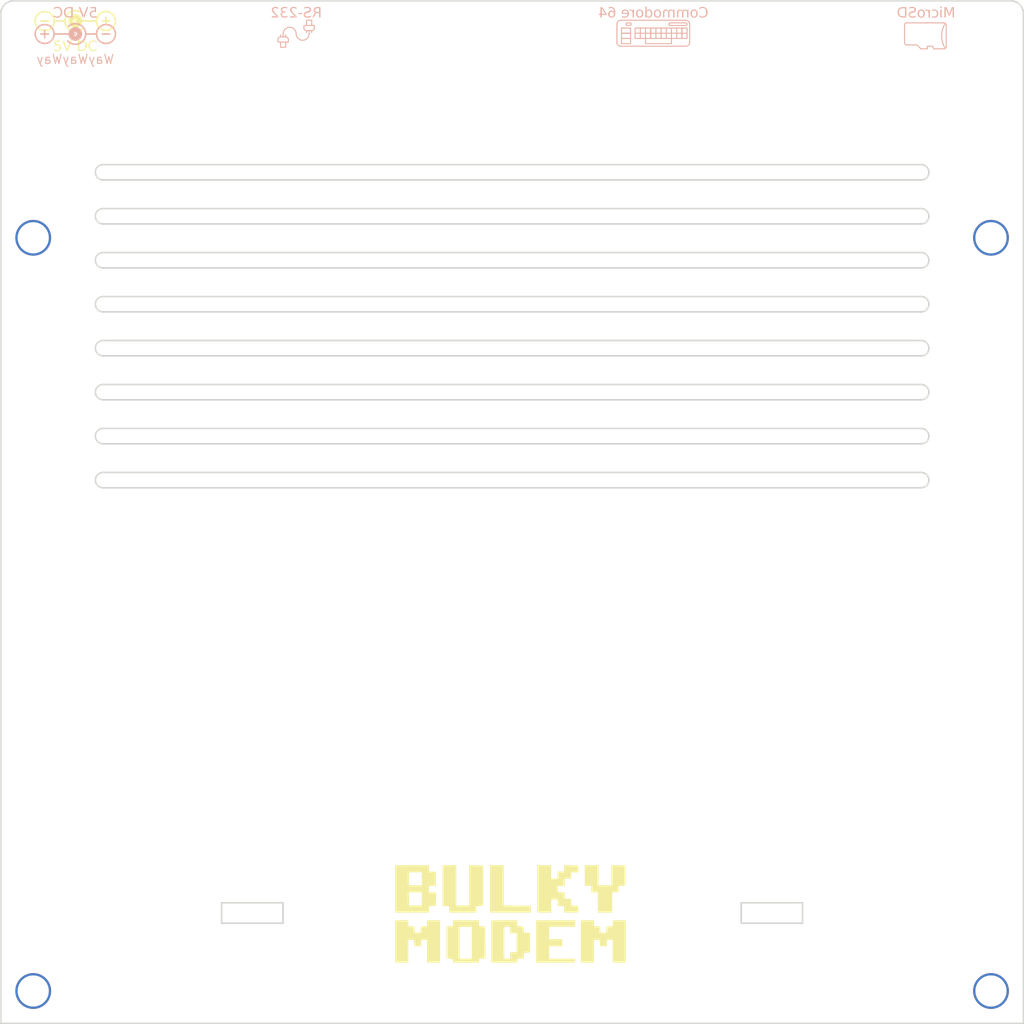
<source format=kicad_pcb>
(kicad_pcb (version 20240108) (generator "pcbnew") (generator_version "8.0")
  (layers (0 "F.Cu" signal) (31 "B.Cu" signal) (34 "B.Paste" user) (35 "F.Paste" user) (36 "B.SilkS" user "B.Silkscreen") (37 "F.SilkS" user "F.Silkscreen") (38 "B.Mask" user) (39 "F.Mask" user) (44 "Edge.Cuts" user))
  (net 0 "")
  (footprint "mounting:M3_pin" (layer "F.Cu") (at 73.355 151.435)
    (property "Reference" "M1" (hide yes))
    (property "Value" "Mounting" (hide yes))
    (pad "1" thru_hole circle (at 0 0) (size 3.5 3.5) (drill 3.048) (layers "*.Cu" "*.Mask"))
  )
  (footprint "mounting:M3_pin" (layer "F.Cu") (at 167.005 151.435)
    (property "Reference" "M2" (hide yes))
    (property "Value" "Mounting" (hide yes))
    (pad "1" thru_hole circle (at 0 0) (size 3.5 3.5) (drill 3.048) (layers "*.Cu" "*.Mask"))
  )
  (footprint "mounting:M3_pin" (layer "F.Cu") (at 167.005 77.785)
    (property "Reference" "M3" (hide yes))
    (property "Value" "Mounting" (hide yes))
    (pad "1" thru_hole circle (at 0 0) (size 3.5 3.5) (drill 3.048) (layers "*.Cu" "*.Mask"))
  )
  (footprint "mounting:M3_pin" (layer "F.Cu") (at 73.355 77.785)
    (property "Reference" "M4" (hide yes))
    (property "Value" "Mounting" (hide yes))
    (pad "1" thru_hole circle (at 0 0) (size 3.5 3.5) (drill 3.048) (layers "*.Cu" "*.Mask"))
  )
  (footprint "artwork:BulkyModem" (layer "F.Cu") (at 120.18 143.891)
    (property "Reference" "G***" (hide yes))
    (property "Value" "LOGO" (hide yes))
    (fp_poly (pts (xy -0.8255 -0.828077) (xy 0.492125 -0.810914) (xy 1.80975 -0.79375) (xy 1.848136 -0.127) (xy -2.159 -0.127) (xy -2.159 -4.7625) (xy -0.8255 -4.7625) (xy -0.8255 -0.828077)) (stroke (width 0.01)) (fill solid) (layer "F.SilkS"))
    (fp_poly (pts (xy 6.1595 1.27) (xy 3.6195 1.27) (xy 3.6195 2.4765) (xy 4.8895 2.4765) (xy 4.8895 3.175) (xy 3.6195 3.175) (xy 3.6195 4.3815) (xy 6.1595 4.3815) (xy 6.1595 4.7625) (xy 2.3495 4.7625) (xy 2.3495 0.635) (xy 6.1595 0.635) (xy 6.1595 1.27)) (stroke (width 0.01)) (fill solid) (layer "F.SilkS"))
    (fp_poly (pts (xy -3.508375 -4.748774) (xy -2.82575 -4.73075) (xy -2.82575 -0.79375) (xy -3.4925 -0.755364) (xy -3.4925 -0.127) (xy -6.1595 -0.127) (xy -6.1595 -0.762) (xy -6.7945 -0.762) (xy -6.7945 -4.7625) (xy -5.461 -4.7625) (xy -5.461 -0.8255) (xy -4.191 -0.8255) (xy -4.191 -4.766796) (xy -3.508375 -4.748774)) (stroke (width 0.01)) (fill solid) (layer "F.SilkS"))
    (fp_poly (pts (xy 10.398125 -4.748774) (xy 11.08075 -4.73075) (xy 11.08075 -2.76225) (xy 10.414 -2.723864) (xy 10.414 -2.0955) (xy 9.779 -2.0955) (xy 9.779 -0.127) (xy 8.382 -0.127) (xy 8.382 -2.0955) (xy 7.747 -2.0955) (xy 7.747 -2.7305) (xy 7.112 -2.7305) (xy 7.112 -4.7625) (xy 8.4455 -4.7625) (xy 8.4455 -2.794) (xy 9.7155 -2.794) (xy 9.7155 -4.766796) (xy 10.398125 -4.748774)) (stroke (width 0.01)) (fill solid) (layer "F.SilkS"))
    (fp_poly (pts (xy 8.001 1.199541) (xy 8.302625 1.218895) (xy 8.60425 1.23825) (xy 8.642958 1.8415) (xy 8.92175 1.8415) (xy 9.200541 1.841499) (xy 9.219895 1.539875) (xy 9.23925 1.23825) (xy 9.540875 1.218895) (xy 9.8425 1.199541) (xy 9.8425 0.635) (xy 11.1125 0.635) (xy 11.1125 4.7625) (xy 9.8425 4.7625) (xy 9.8425 2.54) (xy 9.271 2.54) (xy 9.271 3.181636) (xy 8.60425 3.14325) (xy 8.584895 2.841625) (xy 8.565541 2.54) (xy 8.001 2.54) (xy 8.001 4.7625) (xy 6.731 4.7625) (xy 6.731 0.635) (xy 8.001 0.635) (xy 8.001 1.199541)) (stroke (width 0.01)) (fill solid) (layer "F.SilkS"))
    (fp_poly (pts (xy -10.16 0.91727) (xy -10.160001 1.199541) (xy -9.858375 1.218895) (xy -9.55675 1.23825) (xy -9.518042 1.8415) (xy -9.23925 1.8415) (xy -8.960459 1.841499) (xy -8.941105 1.539875) (xy -8.92175 1.23825) (xy -8.620125 1.218895) (xy -8.3185 1.199541) (xy -8.3185 0.635) (xy -7.0485 0.635) (xy -7.0485 4.7625) (xy -8.3185 4.7625) (xy -8.3185 2.54) (xy -8.89 2.54) (xy -8.89 3.181636) (xy -9.55675 3.14325) (xy -9.576105 2.841625) (xy -9.595459 2.54) (xy -10.16 2.54) (xy -10.16 4.7625) (xy -11.43 4.7625) (xy -11.43 0.635) (xy -10.16 0.635) (xy -10.16 0.91727)) (stroke (width 0.01)) (fill solid) (layer "F.SilkS"))
    (fp_poly (pts (xy -8.128 -4.448319) (xy -8.128001 -4.134137) (xy -7.794625 -4.114944) (xy -7.46125 -4.09575) (xy -7.46125 -2.76225) (xy -8.128 -2.723864) (xy -8.128 -2.0955) (xy -7.425058 -2.0955) (xy -7.46125 -0.79375) (xy -8.128 -0.755364) (xy -8.128 -0.127) (xy -11.43 -0.127) (xy -11.43 -2.0955) (xy -10.0965 -2.0955) (xy -10.0965 -0.8255) (xy -8.8265 -0.8255) (xy -8.8265 -2.0955) (xy -10.0965 -2.0955) (xy -11.43 -2.0955) (xy -11.43 -4.064) (xy -10.0965 -4.064) (xy -10.0965 -2.794) (xy -8.8265 -2.794) (xy -8.8265 -4.064) (xy -10.0965 -4.064) (xy -11.43 -4.064) (xy -11.43 -4.7625) (xy -8.128 -4.7625) (xy -8.128 -4.448319)) (stroke (width 0.01)) (fill solid) (layer "F.SilkS"))
    (fp_poly (pts (xy -3.2385 1.199541) (xy -2.936875 1.218895) (xy -2.63525 1.23825) (xy -2.601282 4.3815) (xy -2.919891 4.3815) (xy -3.108261 4.385622) (xy -3.202347 4.411026) (xy -3.234854 4.477267) (xy -3.2385 4.572) (xy -3.2385 4.7625) (xy -5.770065 4.7625) (xy -5.790158 4.587875) (xy -5.814419 4.481041) (xy -5.878841 4.42586) (xy -6.019147 4.400792) (xy -6.111875 4.393895) (xy -6.4135 4.374541) (xy -6.4135 1.27) (xy -5.1435 1.27) (xy -5.1435 4.3815) (xy -3.937 4.3815) (xy -3.937 1.27) (xy -5.1435 1.27) (xy -6.4135 1.27) (xy -6.4135 1.2065) (xy -5.7785 1.2065) (xy -5.7785 0.635) (xy -3.2385 0.635) (xy -3.2385 1.199541)) (stroke (width 0.01)) (fill solid) (layer "F.SilkS"))
    (fp_poly (pts (xy 0.508 1.199541) (xy 0.809625 1.218895) (xy 1.11125 1.23825) (xy 1.130467 1.536532) (xy 1.149685 1.834814) (xy 1.447967 1.854032) (xy 1.74625 1.87325) (xy 1.74625 3.77825) (xy 1.143 3.816958) (xy 1.143 4.3815) (xy 0.8255 4.3815) (xy 0.637547 4.385661) (xy 0.543822 4.411252) (xy 0.511565 4.477926) (xy 0.508 4.572) (xy 0.508 4.7625) (xy -2.032 4.7625) (xy -2.032 1.27) (xy -0.762 1.27) (xy -0.762 4.3815) (xy -0.1905 4.3815) (xy -0.1905 3.7465) (xy 0.4445 3.7465) (xy 0.4445 1.905) (xy -0.1905 1.905) (xy -0.1905 1.27) (xy -0.762 1.27) (xy -2.032 1.27) (xy -2.032 0.635) (xy 0.508 0.635) (xy 0.508 1.199541)) (stroke (width 0.01)) (fill solid) (layer "F.SilkS"))
    (fp_poly (pts (xy 5.762625 -4.748774) (xy 6.44525 -4.73075) (xy 6.483636 -4.064) (xy 5.7785 -4.064) (xy 5.7785 -3.429) (xy 5.1435 -3.429) (xy 5.1435 -2.7305) (xy 4.79077 -2.730501) (xy 4.438041 -2.730501) (xy 4.457395 -2.428875) (xy 4.47675 -2.12725) (xy 5.1435 -2.088864) (xy 5.1435 -1.4605) (xy 5.7785 -1.4605) (xy 5.7785 -0.832137) (xy 6.111875 -0.812944) (xy 6.44525 -0.79375) (xy 6.483636 -0.127) (xy 5.08 -0.127) (xy 5.08 -0.762) (xy 4.445 -0.762) (xy 4.445 -1.397) (xy 3.81 -1.397) (xy 3.81 -0.127) (xy 2.4765 -0.127) (xy 2.4765 -4.7625) (xy 3.81 -4.7625) (xy 3.81 -3.429) (xy 4.445 -3.429) (xy 4.445 -4.1275) (xy 5.08 -4.1275) (xy 5.08 -4.766796) (xy 5.762625 -4.748774)) (stroke (width 0.01)) (fill solid) (layer "F.SilkS"))
  )
  (footprint "BulkyModem:PWR_Specification_Single" (layer "F.Cu") (at 77.47 56.515)
    (property "Reference" "REF**" (hide yes))
    (property "Value" "PWR_Spec")
    (fp_line (start -2 0.075) (end -1.1 0.075) (stroke (width 0.15)) (layer "F.SilkS"))
    (fp_line (start 0 0.075) (end 2 0.075) (stroke (width 0.15)) (layer "F.SilkS"))
    (fp_arc (start 0.75 0.75) (mid -1.007627 0.128033) (end 0.675 -0.675) (stroke (width 0.15)) (layer "F.SilkS"))
    (fp_circle (center -3 0.075) (end -3 1) (stroke (width 0.15)) (fill none) (layer "F.SilkS"))
    (fp_circle (center 0 0.075) (end 0 0.25) (stroke (width 0.5)) (fill none) (layer "F.SilkS"))
    (fp_circle (center 3 0.075) (end 3 1) (stroke (width 0.15)) (fill none) (layer "F.SilkS"))
    (fp_text user "-" (at -3 0 0) (layer "F.SilkS"))
    (fp_text user "+" (at 3 0 0) (layer "F.SilkS"))
  )
  (footprint "BulkyModem:PWR_Specification_Single" (layer "B.Cu") (at 77.47 57.785 180)
    (property "Reference" "REF**" (hide yes))
    (property "Value" "PWR_Spec")
    (fp_line (start 2 -0.075) (end 0 -0.075) (stroke (width 0.15)) (layer "B.SilkS"))
    (fp_line (start -1.1 -0.075) (end -2 -0.075) (stroke (width 0.15)) (layer "B.SilkS"))
    (fp_arc (start 0.675 0.675) (mid -1.007627 -0.128033) (end 0.75 -0.75) (stroke (width 0.15)) (layer "B.SilkS"))
    (fp_circle (center 3 -0.075) (end 3 -1) (stroke (width 0.15)) (fill none) (layer "B.SilkS"))
    (fp_circle (center 0 -0.075) (end 0 -0.25) (stroke (width 0.5)) (fill none) (layer "B.SilkS"))
    (fp_circle (center -3 -0.075) (end -3 -1) (stroke (width 0.15)) (fill none) (layer "B.SilkS"))
    (fp_text user "-" (at -3 0 180) (layer "B.SilkS") (effects (justify mirror)))
    (fp_text user "+" (at 3 0 180) (layer "B.SilkS") (effects (justify mirror)))
  )
  (footprint "artwork:MicroSD" (layer "B.Cu") (at 160.655 57.785 180)
    (property "Reference" "REF**" (hide yes))
    (property "Value" "VGA_ICON" (hide yes))
    (fp_line (start 2.100013 -0.947987) (end 2.100013 0.820987) (stroke (width 0.1)) (layer "B.SilkS"))
    (fp_line (start 1.905 -1.143) (end 0.889 -1.143) (stroke (width 0.1)) (layer "B.SilkS"))
    (fp_line (start 0.508 -1.524) (end 0.889 -1.143) (stroke (width 0.1)) (layer "B.SilkS"))
    (fp_line (start -0.058987 1.016) (end 1.905 1.016) (stroke (width 0.1)) (layer "B.SilkS"))
    (fp_line (start -0.058987 1.016) (end -1.778 1.016) (stroke (width 0.1)) (layer "B.SilkS"))
    (fp_line (start -0.127 -1.27) (end -0.127 -1.524) (stroke (width 0.1)) (layer "B.SilkS"))
    (fp_line (start -0.127 -1.524) (end 0.508 -1.524) (stroke (width 0.1)) (layer "B.SilkS"))
    (fp_line (start -0.635 -1.27) (end -0.127 -1.27) (stroke (width 0.1)) (layer "B.SilkS"))
    (fp_line (start -0.762 -1.524) (end -0.635 -1.27) (stroke (width 0.1)) (layer "B.SilkS"))
    (fp_line (start -1.778 -1.524) (end -0.762 -1.524) (stroke (width 0.1)) (layer "B.SilkS"))
    (fp_line (start -1.973013 0.820987) (end -1.973013 -1.328987) (stroke (width 0.1)) (layer "B.SilkS"))
    (fp_arc (start 2.100013 0.820987) (mid 2.0429 0.95889) (end 1.905 1.016) (stroke (width 0.1)) (layer "B.SilkS"))
    (fp_arc (start 1.905 -1.143) (mid 2.04289 -1.085881) (end 2.100013 -0.947987) (stroke (width 0.1)) (layer "B.SilkS"))
    (fp_arc (start -1.778 1.016) (mid -1.915895 0.958882) (end -1.973013 0.820987) (stroke (width 0.1)) (layer "B.SilkS"))
    (fp_arc (start -1.871476 -1.465578) (mid -1.524 -0.254) (end -1.871476 0.957578) (stroke (width 0.1)) (layer "B.SilkS"))
    (fp_arc (start -1.973013 -1.328987) (mid -1.915895 -1.466882) (end -1.778 -1.524) (stroke (width 0.1)) (layer "B.SilkS"))
  )
  (footprint "artwork:C64" (layer "B.Cu") (at 133.985 57.785 180)
    (property "Reference" "REF**" (hide yes))
    (property "Value" "C64" (hide yes))
    (fp_line (start 3.556 -0.889) (end 3.556 0.889) (stroke (width 0.1)) (layer "B.SilkS"))
    (fp_line (start 3.175 1.27) (end -3.175 1.27) (stroke (width 0.1)) (layer "B.SilkS"))
    (fp_line (start 2.286 1.016) (end 2.54 1.016) (stroke (width 0.1)) (layer "B.SilkS"))
    (fp_line (start 2.286 0.762) (end 2.54 0.762) (stroke (width 0.1)) (layer "B.SilkS"))
    (fp_line (start 1.778 0) (end 1.778 0.508) (stroke (width 0.1)) (layer "B.SilkS"))
    (fp_line (start 1.778 0) (end 1.778 -0.508) (stroke (width 0.1)) (layer "B.SilkS"))
    (fp_line (start 1.778 0) (end 1.27 0) (stroke (width 0.1)) (layer "B.SilkS"))
    (fp_line (start 1.27 0) (end 1.27 0.508) (stroke (width 0.1)) (layer "B.SilkS"))
    (fp_line (start 1.27 0) (end 1.27 -0.508) (stroke (width 0.1)) (layer "B.SilkS"))
    (fp_line (start 1.27 0) (end 0.762 0) (stroke (width 0.1)) (layer "B.SilkS"))
    (fp_line (start 1.27 -0.508) (end 1.778 -0.508) (stroke (width 0.1)) (layer "B.SilkS"))
    (fp_line (start 0.762 0) (end 0.762 0.508) (stroke (width 0.1)) (layer "B.SilkS"))
    (fp_line (start 0.762 0) (end 0.762 -0.508) (stroke (width 0.1)) (layer "B.SilkS"))
    (fp_line (start 0.762 -0.508) (end 1.27 -0.508) (stroke (width 0.1)) (layer "B.SilkS"))
    (fp_line (start 0.762 -1.016) (end -1.778 -1.016) (stroke (width 0.1)) (layer "B.SilkS"))
    (fp_line (start 0.254 0.508) (end 0.254 0) (stroke (width 0.1)) (layer "B.SilkS"))
    (fp_line (start 0.254 0) (end 0.254 0.508) (stroke (width 0.1)) (layer "B.SilkS"))
    (fp_line (start -0.254 0) (end -0.254 0.508) (stroke (width 0.1)) (layer "B.SilkS"))
    (fp_line (start -0.254 0) (end -0.762 0) (stroke (width 0.1)) (layer "B.SilkS"))
    (fp_line (start -0.254 -0.508) (end -0.254 0) (stroke (width 0.1)) (layer "B.SilkS"))
    (fp_line (start -0.762 0) (end -0.762 0.508) (stroke (width 0.1)) (layer "B.SilkS"))
    (fp_line (start -0.762 0) (end -0.762 -0.508) (stroke (width 0.1)) (layer "B.SilkS"))
    (fp_line (start -0.762 0) (end -1.27 0) (stroke (width 0.1)) (layer "B.SilkS"))
    (fp_line (start -0.762 -0.508) (end -0.254 -0.508) (stroke (width 0.1)) (layer "B.SilkS"))
    (fp_line (start -1.27 0) (end -1.27 0.508) (stroke (width 0.1)) (layer "B.SilkS"))
    (fp_line (start -1.27 0) (end -1.27 -0.508) (stroke (width 0.1)) (layer "B.SilkS"))
    (fp_line (start -1.27 -0.508) (end -0.762 -0.508) (stroke (width 0.1)) (layer "B.SilkS"))
    (fp_line (start -1.778 0.508) (end -1.778 0) (stroke (width 0.1)) (layer "B.SilkS"))
    (fp_line (start -1.778 0) (end -1.778 0.508) (stroke (width 0.1)) (layer "B.SilkS"))
    (fp_line (start -1.778 0) (end -1.778 -0.508) (stroke (width 0.1)) (layer "B.SilkS"))
    (fp_line (start -1.778 0) (end -2.286 0) (stroke (width 0.1)) (layer "B.SilkS"))
    (fp_line (start -2.286 0) (end -2.286 0.508) (stroke (width 0.1)) (layer "B.SilkS"))
    (fp_line (start -2.286 0) (end -2.286 -0.508) (stroke (width 0.1)) (layer "B.SilkS"))
    (fp_line (start -2.286 -0.508) (end -1.778 -0.508) (stroke (width 0.1)) (layer "B.SilkS"))
    (fp_line (start -2.794 0.508) (end -2.794 0) (stroke (width 0.1)) (layer "B.SilkS"))
    (fp_line (start -2.794 0) (end -2.794 0.508) (stroke (width 0.1)) (layer "B.SilkS"))
    (fp_line (start -2.794 0) (end -2.794 -0.508) (stroke (width 0.1)) (layer "B.SilkS"))
    (fp_line (start -3.175 1.016) (end -1.651 1.016) (stroke (width 0.1)) (layer "B.SilkS"))
    (fp_line (start -3.175 0.762) (end -1.651 0.762) (stroke (width 0.1)) (layer "B.SilkS"))
    (fp_line (start -3.175 -1.27) (end 3.175 -1.27) (stroke (width 0.1)) (layer "B.SilkS"))
    (fp_line (start -3.302 0.508) (end -3.302 0) (stroke (width 0.1)) (layer "B.SilkS"))
    (fp_line (start -3.556 0.889) (end -3.556 -0.889) (stroke (width 0.1)) (layer "B.SilkS"))
    (fp_rect (start 3.1115 0) (end 2.2225 0.508) (stroke (width 0.1)) (fill none) (layer "B.SilkS"))
    (fp_rect (start 3.1115 -0.508) (end 2.2225 0) (stroke (width 0.1)) (fill none) (layer "B.SilkS"))
    (fp_rect (start 3.1115 -1.016) (end 2.2225 -0.508) (stroke (width 0.1)) (fill none) (layer "B.SilkS"))
    (fp_rect (start 1.778 0.508) (end 1.27 0.508) (stroke (width 0.1)) (fill none) (layer "B.SilkS"))
    (fp_rect (start 1.27 0.508) (end 0.762 0.508) (stroke (width 0.1)) (fill none) (layer "B.SilkS"))
    (fp_rect (start 0.762 0.508) (end 0.254 0.508) (stroke (width 0.1)) (fill none) (layer "B.SilkS"))
    (fp_rect (start 0.762 0) (end 0.254 0) (stroke (width 0.1)) (fill none) (layer "B.SilkS"))
    (fp_rect (start 0.762 -0.508) (end 0.254 -0.508) (stroke (width 0.1)) (fill none) (layer "B.SilkS"))
    (fp_rect (start 0.762 -1.016) (end 0.762 -0.508) (stroke (width 0.1)) (fill none) (layer "B.SilkS"))
    (fp_rect (start 0.254 0.508) (end -0.254 0.508) (stroke (width 0.1)) (fill none) (layer "B.SilkS"))
    (fp_rect (start 0.254 0) (end -0.254 0) (stroke (width 0.1)) (fill none) (layer "B.SilkS"))
    (fp_rect (start 0.254 -0.508) (end 0.254 0) (stroke (width 0.1)) (fill none) (layer "B.SilkS"))
    (fp_rect (start 0.254 -0.508) (end 0.254 0) (stroke (width 0.1)) (fill none) (layer "B.SilkS"))
    (fp_rect (start 0.254 -0.508) (end -0.254 -0.508) (stroke (width 0.1)) (fill none) (layer "B.SilkS"))
    (fp_rect (start -0.254 0.508) (end -0.762 0.508) (stroke (width 0.1)) (fill none) (layer "B.SilkS"))
    (fp_rect (start -0.762 0.508) (end -1.27 0.508) (stroke (width 0.1)) (fill none) (layer "B.SilkS"))
    (fp_rect (start -1.27 0.508) (end -1.778 0.508) (stroke (width 0.1)) (fill none) (layer "B.SilkS"))
    (fp_rect (start -1.27 0) (end -1.778 0) (stroke (width 0.1)) (fill none) (layer "B.SilkS"))
    (fp_rect (start -1.27 -0.508) (end -1.778 -0.508) (stroke (width 0.1)) (fill none) (layer "B.SilkS"))
    (fp_rect (start -1.778 0.508) (end -2.286 0.508) (stroke (width 0.1)) (fill none) (layer "B.SilkS"))
    (fp_rect (start -1.778 -0.508) (end -1.778 0) (stroke (width 0.1)) (fill none) (layer "B.SilkS"))
    (fp_rect (start -1.778 -1.016) (end -1.778 -0.508) (stroke (width 0.1)) (fill none) (layer "B.SilkS"))
    (fp_rect (start -2.286 0.508) (end -2.794 0.508) (stroke (width 0.1)) (fill none) (layer "B.SilkS"))
    (fp_rect (start -2.286 0) (end -2.794 0) (stroke (width 0.1)) (fill none) (layer "B.SilkS"))
    (fp_rect (start -2.286 -0.508) (end -2.794 -0.508) (stroke (width 0.1)) (fill none) (layer "B.SilkS"))
    (fp_rect (start -2.794 0.508) (end -3.302 0.508) (stroke (width 0.1)) (fill none) (layer "B.SilkS"))
    (fp_rect (start -2.794 0) (end -3.302 0) (stroke (width 0.1)) (fill none) (layer "B.SilkS"))
    (fp_rect (start -2.794 -0.508) (end -2.794 0) (stroke (width 0.1)) (fill none) (layer "B.SilkS"))
    (fp_rect (start -2.794 -0.508) (end -3.302 -0.508) (stroke (width 0.1)) (fill none) (layer "B.SilkS"))
    (fp_rect (start -3.302 -0.508) (end -3.302 0) (stroke (width 0.1)) (fill none) (layer "B.SilkS"))
    (fp_arc (start 3.556 0.889) (mid 3.444408 1.158408) (end 3.175 1.27) (stroke (width 0.1)) (layer "B.SilkS"))
    (fp_arc (start 3.175 -1.27) (mid 3.444408 -1.158408) (end 3.556 -0.889) (stroke (width 0.1)) (layer "B.SilkS"))
    (fp_arc (start 2.54 0.762) (mid 2.667 0.889) (end 2.54 1.016) (stroke (width 0.1)) (layer "B.SilkS"))
    (fp_arc (start 2.286 1.016) (mid 2.159 0.889) (end 2.286 0.762) (stroke (width 0.1)) (layer "B.SilkS"))
    (fp_arc (start -1.651 0.762) (mid -1.524 0.889) (end -1.651 1.016) (stroke (width 0.1)) (layer "B.SilkS"))
    (fp_arc (start -3.175 1.27) (mid -3.444408 1.158408) (end -3.556 0.889) (stroke (width 0.1)) (layer "B.SilkS"))
    (fp_arc (start -3.175 1.016) (mid -3.302 0.889) (end -3.175 0.762) (stroke (width 0.1)) (layer "B.SilkS"))
    (fp_arc (start -3.556 -0.889) (mid -3.444408 -1.158408) (end -3.175 -1.27) (stroke (width 0.1)) (layer "B.SilkS"))
  )
  (footprint "artwork:RS-232" (layer "B.Cu") (at 99.06 57.785 180)
    (property "Reference" "REF**" (hide yes))
    (property "Value" "RS-232" (hide yes))
    (fp_line (start 1.778 -0.6096) (end 1.778 -0.865405) (stroke (width 0.1)) (layer "B.SilkS"))
    (fp_line (start 1.778 -0.865405) (end 1.524 -0.865405) (stroke (width 0.1)) (layer "B.SilkS"))
    (fp_line (start 1.524 -0.3556) (end 1.524 -0.1524) (stroke (width 0.1)) (layer "B.SilkS"))
    (fp_line (start 1.27 -0.0508) (end 1.27 -0.357405) (stroke (width 0.1)) (layer "B.SilkS"))
    (fp_line (start 1.016 -0.357405) (end 1.524 -0.3556) (stroke (width 0.1)) (layer "B.SilkS"))
    (fp_line (start 1.016 -0.357405) (end 1.016 -0.154205) (stroke (width 0.1)) (layer "B.SilkS"))
    (fp_line (start 1.016 -0.865405) (end 0.762 -0.865405) (stroke (width 0.1)) (layer "B.SilkS"))
    (fp_line (start 0.762 -0.865405) (end 0.762 -0.611405) (stroke (width 0.1)) (layer "B.SilkS"))
    (fp_line (start -0.763805 0.762) (end -0.763805 0.508) (stroke (width 0.1)) (layer "B.SilkS"))
    (fp_line (start -1.017805 0.762) (end -0.763805 0.762) (stroke (width 0.1)) (layer "B.SilkS"))
    (fp_line (start -1.017805 0.254) (end -1.017805 0.0508) (stroke (width 0.1)) (layer "B.SilkS"))
    (fp_line (start -1.017805 0.254) (end -1.525805 0.254) (stroke (width 0.1)) (layer "B.SilkS"))
    (fp_line (start -1.27 -0.0508) (end -1.27 0.252195) (stroke (width 0.1)) (layer "B.SilkS"))
    (fp_line (start -1.525805 0.254) (end -1.525805 0.0508) (stroke (width 0.1)) (layer "B.SilkS"))
    (fp_line (start -1.779805 0.762) (end -1.525805 0.762) (stroke (width 0.1)) (layer "B.SilkS"))
    (fp_line (start -1.779805 0.508) (end -1.779805 0.762) (stroke (width 0.1)) (layer "B.SilkS"))
    (fp_rect (start 1.524 -1.373405) (end 1.016 -0.865405) (stroke (width 0.1)) (fill none) (layer "B.SilkS"))
    (fp_rect (start -1.017805 0.762) (end -1.525805 1.27) (stroke (width 0.1)) (fill none) (layer "B.SilkS"))
    (fp_arc (start 1.778 -0.6096) (mid 1.703605 -0.429995) (end 1.524 -0.3556) (stroke (width 0.1)) (layer "B.SilkS"))
    (fp_arc (start 1.27 -0.0508) (mid 1.084013 0.398213) (end 0.635 0.5842) (stroke (width 0.1)) (layer "B.SilkS"))
    (fp_arc (start 1.016 -0.357405) (mid 0.836397 -0.4318) (end 0.762 -0.611405) (stroke (width 0.1)) (layer "B.SilkS"))
    (fp_arc (start 0.635 0.5842) (mid 0.185987 0.398213) (end 0 -0.0508) (stroke (width 0.1)) (layer "B.SilkS"))
    (fp_arc (start -0.635 -0.6858) (mid -0.185987 -0.499813) (end 0 -0.0508) (stroke (width 0.1)) (layer "B.SilkS"))
    (fp_arc (start -1.017805 0.254) (mid -0.8382 0.328395) (end -0.763805 0.508) (stroke (width 0.1)) (layer "B.SilkS"))
    (fp_arc (start -1.27 -0.0508) (mid -1.084013 -0.499813) (end -0.635 -0.6858) (stroke (width 0.1)) (layer "B.SilkS"))
    (fp_arc (start -1.779805 0.508) (mid -1.70541 0.328395) (end -1.525805 0.254) (stroke (width 0.1)) (layer "B.SilkS"))
  )
  (gr_line (start 70.18 154.61) (end 70.18 55.88) (stroke (width 0.15)) (layer "Edge.Cuts"))
  (gr_line (start 170.18 55.88) (end 170.18 154.61) (stroke (width 0.15)) (layer "Edge.Cuts"))
  (gr_line (start 70.18 154.61) (end 76.2 154.61) (stroke (width 0.15)) (layer "Edge.Cuts"))
  (gr_line (start 163.83 54.61) (end 168.91 54.61) (stroke (width 0.15)) (layer "Edge.Cuts"))
  (gr_line (start 112.268 154.61) (end 76.2 154.61) (stroke (width 0.15)) (layer "Edge.Cuts"))
  (gr_line (start 112.268 154.61) (end 170.18 154.61) (stroke (width 0.15)) (layer "Edge.Cuts"))
  (gr_line (start 91.775 144.808) (end 91.775 142.803) (stroke (width 0.15)) (layer "Edge.Cuts"))
  (gr_line (start 142.575 144.808) (end 148.575 144.808) (stroke (width 0.15)) (layer "Edge.Cuts"))
  (gr_line (start 148.575 142.803) (end 148.575 144.808) (stroke (width 0.15)) (layer "Edge.Cuts"))
  (gr_line (start 142.575 144.808) (end 142.575 142.803) (stroke (width 0.15)) (layer "Edge.Cuts"))
  (gr_line (start 142.575 142.803) (end 148.575 142.803) (stroke (width 0.15)) (layer "Edge.Cuts"))
  (gr_line (start 80.18 96.43) (end 160.18 96.43) (stroke (width 0.15)) (layer "Edge.Cuts"))
  (gr_arc (start 80.18 93.63) (mid 79.43 92.88) (end 80.18 92.13) (stroke (width 0.15)) (layer "Edge.Cuts"))
  (gr_arc (start 160.18 96.43) (mid 160.93 97.18) (end 160.18 97.93) (stroke (width 0.15)) (layer "Edge.Cuts"))
  (gr_line (start 80.18 102.23) (end 160.18 102.23) (stroke (width 0.15)) (layer "Edge.Cuts"))
  (gr_arc (start 80.18 97.93) (mid 79.43 97.18) (end 80.18 96.43) (stroke (width 0.15)) (layer "Edge.Cuts"))
  (gr_arc (start 80.18 102.23) (mid 79.43 101.48) (end 80.18 100.73) (stroke (width 0.15)) (layer "Edge.Cuts"))
  (gr_line (start 80.18 100.73) (end 160.18 100.73) (stroke (width 0.15)) (layer "Edge.Cuts"))
  (gr_line (start 80.18 97.93) (end 160.18 97.93) (stroke (width 0.15)) (layer "Edge.Cuts"))
  (gr_line (start 80.18 92.13) (end 160.18 92.13) (stroke (width 0.15)) (layer "Edge.Cuts"))
  (gr_arc (start 160.18 100.73) (mid 160.93 101.48) (end 160.18 102.23) (stroke (width 0.15)) (layer "Edge.Cuts"))
  (gr_line (start 80.18 87.83) (end 160.18 87.83) (stroke (width 0.15)) (layer "Edge.Cuts"))
  (gr_line (start 80.18 74.93) (end 160.18 74.93) (stroke (width 0.15)) (layer "Edge.Cuts"))
  (gr_arc (start 80.18 72.13) (mid 79.43 71.38) (end 80.18 70.63) (stroke (width 0.15)) (layer "Edge.Cuts"))
  (gr_line (start 80.18 80.73) (end 160.18 80.73) (stroke (width 0.15)) (layer "Edge.Cuts"))
  (gr_arc (start 160.18 79.23) (mid 160.93 79.98) (end 160.18 80.73) (stroke (width 0.15)) (layer "Edge.Cuts"))
  (gr_line (start 80.18 83.53) (end 160.18 83.53) (stroke (width 0.15)) (layer "Edge.Cuts"))
  (gr_arc (start 80.18 89.33) (mid 79.43 88.58) (end 80.18 87.83) (stroke (width 0.15)) (layer "Edge.Cuts"))
  (gr_line (start 80.18 76.43) (end 160.18 76.43) (stroke (width 0.15)) (layer "Edge.Cuts"))
  (gr_arc (start 80.18 80.73) (mid 79.43 79.98) (end 80.18 79.23) (stroke (width 0.15)) (layer "Edge.Cuts"))
  (gr_arc (start 80.18 76.43) (mid 79.43 75.68) (end 80.18 74.93) (stroke (width 0.15)) (layer "Edge.Cuts"))
  (gr_line (start 80.18 85.03) (end 160.18 85.03) (stroke (width 0.15)) (layer "Edge.Cuts"))
  (gr_line (start 80.18 89.33) (end 160.18 89.33) (stroke (width 0.15)) (layer "Edge.Cuts"))
  (gr_line (start 80.18 72.13) (end 160.18 72.13) (stroke (width 0.15)) (layer "Edge.Cuts"))
  (gr_line (start 80.18 93.63) (end 160.18 93.63) (stroke (width 0.15)) (layer "Edge.Cuts"))
  (gr_arc (start 160.18 92.13) (mid 160.93 92.88) (end 160.18 93.63) (stroke (width 0.15)) (layer "Edge.Cuts"))
  (gr_line (start 80.18 70.63) (end 160.18 70.63) (stroke (width 0.15)) (layer "Edge.Cuts"))
  (gr_line (start 80.18 79.23) (end 160.18 79.23) (stroke (width 0.15)) (layer "Edge.Cuts"))
  (gr_arc (start 160.18 74.93) (mid 160.93 75.68) (end 160.18 76.43) (stroke (width 0.15)) (layer "Edge.Cuts"))
  (gr_arc (start 160.18 70.63) (mid 160.93 71.38) (end 160.18 72.13) (stroke (width 0.15)) (layer "Edge.Cuts"))
  (gr_arc (start 80.18 85.03) (mid 79.43 84.28) (end 80.18 83.53) (stroke (width 0.15)) (layer "Edge.Cuts"))
  (gr_arc (start 160.18 87.83) (mid 160.93 88.58) (end 160.18 89.33) (stroke (width 0.15)) (layer "Edge.Cuts"))
  (gr_arc (start 160.18 83.53) (mid 160.93 84.28) (end 160.18 85.03) (stroke (width 0.15)) (layer "Edge.Cuts"))
  (gr_line (start 91.775 144.808) (end 97.775 144.808) (stroke (width 0.15)) (layer "Edge.Cuts"))
  (gr_line (start 163.83 54.61) (end 71.45 54.61) (stroke (width 0.15)) (layer "Edge.Cuts"))
  (gr_line (start 97.775 142.803) (end 97.775 144.808) (stroke (width 0.15)) (layer "Edge.Cuts"))
  (gr_arc (start 70.18 55.88) (mid 70.551974 54.981974) (end 71.45 54.61) (stroke (width 0.15)) (layer "Edge.Cuts"))
  (gr_line (start 91.775 142.803) (end 97.775 142.803) (stroke (width 0.15)) (layer "Edge.Cuts"))
  (gr_arc (start 168.91 54.61) (mid 169.808026 54.981974) (end 170.18 55.88) (stroke (width 0.15)) (layer "Edge.Cuts"))
  (gr_text "RS-232" (at 99.06 55.245 0) (layer "B.SilkS") (effects (font (size 1 1)) (justify top mirror)))
  (gr_text "MicroSD" (at 160.655 55.245 0) (layer "B.SilkS") (effects (font (size 1 1)) (justify top mirror)))
  (gr_text "WayWayWay" (at 77.47 60.325 0) (layer "B.SilkS") (effects (font (size 0.9 0.9) (thickness 0.1)) (justify mirror)))
  (gr_text "5V DC" (at 77.47 55.245 0) (layer "B.SilkS") (effects (font (size 1 1)) (justify top mirror)))
  (gr_text "Commodore 64" (at 133.985 55.245 0) (layer "B.SilkS") (effects (font (size 1 1)) (justify top mirror)))
  (gr_text "5V DC" (at 77.47 59.69 0) (layer "F.SilkS") (effects (font (size 1 1)) (justify bottom)))
)
</source>
